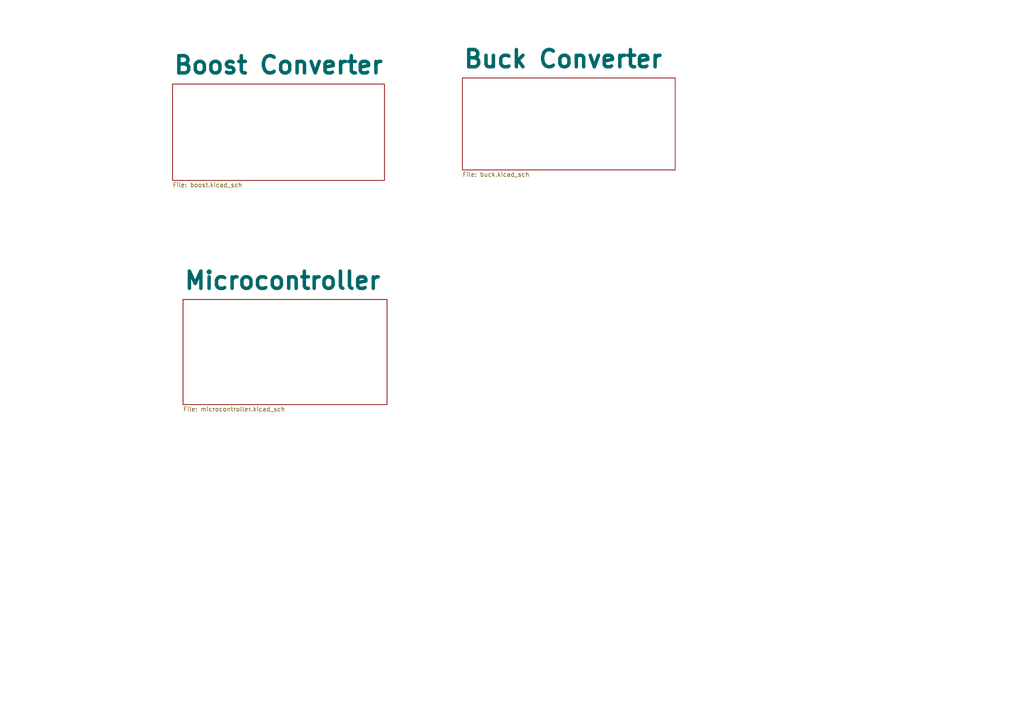
<source format=kicad_sch>
(kicad_sch
	(version 20231120)
	(generator "eeschema")
	(generator_version "8.0")
	(uuid "644fe1f4-d07d-42a2-bee7-c6f33838e399")
	(paper "A4")
	(lib_symbols)
	(sheet
		(at 50.038 24.384)
		(size 61.468 27.94)
		(fields_autoplaced yes)
		(stroke
			(width 0.1524)
			(type solid)
		)
		(fill
			(color 0 0 0 0.0000)
		)
		(uuid "96a5bfbb-4e4c-40da-9fc9-d9cf949c3b95")
		(property "Sheetname" "Boost Converter"
			(at 50.038 21.8074 0)
			(effects
				(font
					(size 5 5)
					(bold yes)
				)
				(justify left bottom)
			)
		)
		(property "Sheetfile" "boost.kicad_sch"
			(at 50.038 52.9086 0)
			(effects
				(font
					(size 1.27 1.27)
				)
				(justify left top)
			)
		)
		(instances
			(project "Bidirectional_Power_Converter_24V-12V_with_BMS"
				(path "/57ff2453-26d1-489b-aa83-9af273df178f/81802b0c-d137-483c-9072-3d8784bb4773"
					(page "6")
				)
			)
		)
	)
	(sheet
		(at 134.112 22.606)
		(size 61.722 26.67)
		(fields_autoplaced yes)
		(stroke
			(width 0.1524)
			(type solid)
		)
		(fill
			(color 0 0 0 0.0000)
		)
		(uuid "ebfaa78a-1358-458a-b207-86dd3b22cb8b")
		(property "Sheetname" "Buck Converter"
			(at 134.112 20.0294 0)
			(effects
				(font
					(size 5 5)
					(bold yes)
				)
				(justify left bottom)
			)
		)
		(property "Sheetfile" "buck.kicad_sch"
			(at 134.112 49.8606 0)
			(effects
				(font
					(size 1.27 1.27)
				)
				(justify left top)
			)
		)
		(instances
			(project "Bidirectional_Power_Converter_24V-12V_with_BMS"
				(path "/57ff2453-26d1-489b-aa83-9af273df178f/81802b0c-d137-483c-9072-3d8784bb4773"
					(page "7")
				)
			)
		)
	)
	(sheet
		(at 53.086 86.868)
		(size 59.182 30.48)
		(fields_autoplaced yes)
		(stroke
			(width 0.1524)
			(type solid)
		)
		(fill
			(color 0 0 0 0.0000)
		)
		(uuid "f87999f5-112b-4026-89ab-8eff644965f1")
		(property "Sheetname" "Microcontroller"
			(at 53.086 84.2914 0)
			(effects
				(font
					(size 5 5)
					(bold yes)
				)
				(justify left bottom)
			)
		)
		(property "Sheetfile" "microcontroller.kicad_sch"
			(at 53.086 117.9326 0)
			(effects
				(font
					(size 1.27 1.27)
				)
				(justify left top)
			)
		)
		(instances
			(project "Bidirectional_Power_Converter_24V-12V_with_BMS"
				(path "/57ff2453-26d1-489b-aa83-9af273df178f/81802b0c-d137-483c-9072-3d8784bb4773"
					(page "8")
				)
			)
		)
	)
)
</source>
